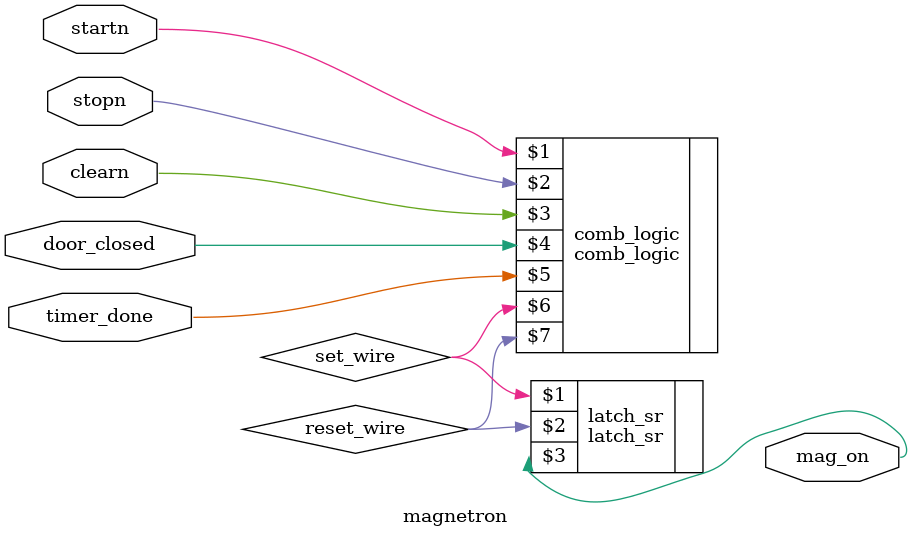
<source format=v>
`include "comb_logic/comb_logic.v"
`include "latch_sr/latch_sr.v"

module magnetron(input wire startn, stopn, 
                 clearn, door_closed, timer_done,
                 output wire mag_on);

    wire set_wire, reset_wire;

    comb_logic comb_logic(startn, stopn, clearn, door_closed, timer_done, set_wire, reset_wire);


    latch_sr latch_sr(set_wire, reset_wire, mag_on);

endmodule
</source>
